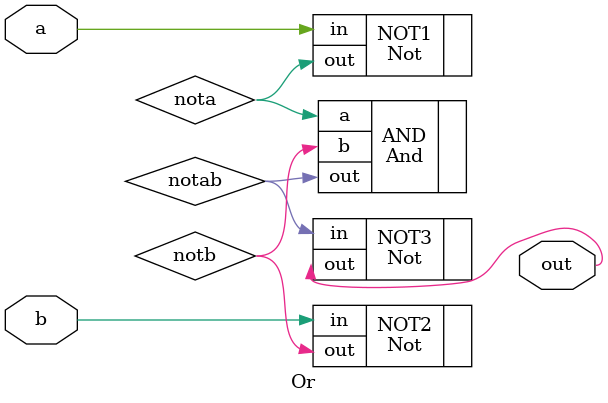
<source format=v>
 /**
 * Or gate:
 * out = 1 if (a == 1 or b == 1)
 *       0 otherwise
 */

`default_nettype none
module Or(
	input a,
	input b,
	output out
);
  wire nota;
  Not NOT1(.in(a), .out(nota));

  wire notb;
  Not NOT2(.in(b), .out(notb));

  wire notab;
  And AND(.a(nota), .b(notb), .out(notab));

  Not NOT3(.in(notab), .out(out));

endmodule

</source>
